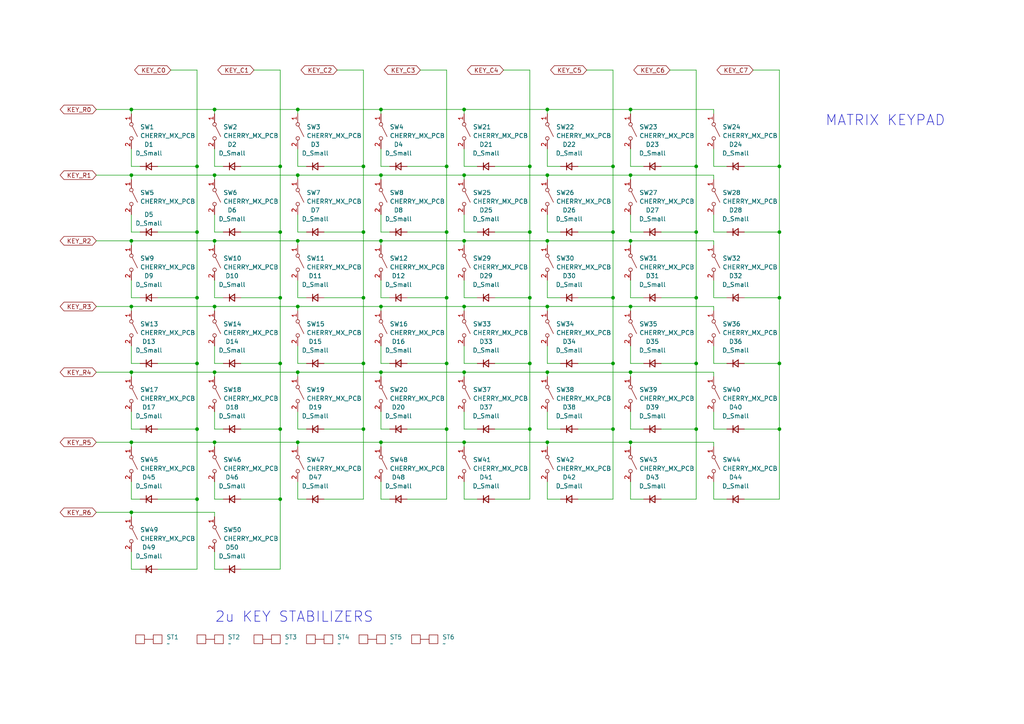
<source format=kicad_sch>
(kicad_sch (version 20250114) (generator "eeschema") (generator_version "9.0")
  (paper "A4")
  (text "MATRIX KEYPAD" (at 256.794 35.052 0) (effects (font (size 3 3))))
  (text "2u KEY STABILIZERS" (at 85.344 179.07 0) (effects (font (size 3 3))))
  (junction (at 81.28 105.41))
  (junction (at 177.8 67.31))
  (junction (at 129.54 105.41))
  (junction (at 105.41 86.36))
  (junction (at 153.67 105.41))
  (junction (at 182.88 31.75))
  (junction (at 201.93 86.36))
  (junction (at 86.36 31.75))
  (junction (at 62.23 69.85))
  (junction (at 105.41 67.31))
  (junction (at 105.41 105.41))
  (junction (at 129.54 48.26))
  (junction (at 38.1 50.8))
  (junction (at 182.88 88.9))
  (junction (at 226.06 67.31))
  (junction (at 110.49 128.27))
  (junction (at 57.15 86.36))
  (junction (at 38.1 69.85))
  (junction (at 62.23 107.95))
  (junction (at 86.36 107.95))
  (junction (at 81.28 48.26))
  (junction (at 86.36 50.8))
  (junction (at 81.28 124.46))
  (junction (at 182.88 69.85))
  (junction (at 134.62 50.8))
  (junction (at 134.62 69.85))
  (junction (at 134.62 128.27))
  (junction (at 134.62 107.95))
  (junction (at 110.49 88.9))
  (junction (at 153.67 67.31))
  (junction (at 201.93 124.46))
  (junction (at 38.1 107.95))
  (junction (at 62.23 88.9))
  (junction (at 134.62 31.75))
  (junction (at 177.8 124.46))
  (junction (at 57.15 144.78))
  (junction (at 201.93 48.26))
  (junction (at 38.1 31.75))
  (junction (at 158.75 128.27))
  (junction (at 158.75 88.9))
  (junction (at 110.49 50.8))
  (junction (at 182.88 50.8))
  (junction (at 57.15 48.26))
  (junction (at 177.8 105.41))
  (junction (at 57.15 124.46))
  (junction (at 153.67 48.26))
  (junction (at 62.23 50.8))
  (junction (at 201.93 105.41))
  (junction (at 38.1 88.9))
  (junction (at 177.8 86.36))
  (junction (at 226.06 105.41))
  (junction (at 62.23 31.75))
  (junction (at 153.67 124.46))
  (junction (at 105.41 48.26))
  (junction (at 81.28 86.36))
  (junction (at 226.06 124.46))
  (junction (at 177.8 48.26))
  (junction (at 134.62 88.9))
  (junction (at 105.41 124.46))
  (junction (at 86.36 88.9))
  (junction (at 182.88 128.27))
  (junction (at 62.23 128.27))
  (junction (at 201.93 67.31))
  (junction (at 57.15 67.31))
  (junction (at 226.06 86.36))
  (junction (at 153.67 86.36))
  (junction (at 158.75 69.85))
  (junction (at 129.54 67.31))
  (junction (at 158.75 50.8))
  (junction (at 81.28 144.78))
  (junction (at 129.54 124.46))
  (junction (at 158.75 107.95))
  (junction (at 38.1 148.59))
  (junction (at 158.75 31.75))
  (junction (at 110.49 107.95))
  (junction (at 57.15 105.41))
  (junction (at 226.06 48.26))
  (junction (at 86.36 128.27))
  (junction (at 129.54 86.36))
  (junction (at 81.28 67.31))
  (junction (at 182.88 107.95))
  (junction (at 110.49 69.85))
  (junction (at 110.49 31.75))
  (junction (at 86.36 69.85))
  (junction (at 38.1 128.27))
  (wire (pts (xy 118.11 105.41) (xy 129.54 105.41)))
  (wire (pts (xy 177.8 105.41) (xy 177.8 124.46)))
  (wire (pts (xy 134.62 48.26) (xy 134.62 43.18)))
  (wire (pts (xy 110.49 90.17) (xy 110.49 88.9)))
  (wire (pts (xy 182.88 144.78) (xy 182.88 139.7)))
  (wire (pts (xy 134.62 144.78) (xy 134.62 139.7)))
  (wire (pts (xy 182.88 107.95) (xy 207.01 107.95)))
  (wire (pts (xy 182.88 124.46) (xy 182.88 119.38)))
  (wire (pts (xy 45.72 105.41) (xy 57.15 105.41)))
  (wire (pts (xy 110.49 69.85) (xy 86.36 69.85)))
  (wire (pts (xy 134.62 50.8) (xy 110.49 50.8)))
  (wire (pts (xy 191.77 144.78) (xy 201.93 144.78)))
  (wire (pts (xy 81.28 105.41) (xy 81.28 124.46)))
  (wire (pts (xy 105.41 48.26) (xy 105.41 67.31)))
  (wire (pts (xy 38.1 67.31) (xy 40.64 67.31)))
  (wire (pts (xy 38.1 144.78) (xy 40.64 144.78)))
  (wire (pts (xy 93.98 124.46) (xy 105.41 124.46)))
  (wire (pts (xy 186.69 105.41) (xy 182.88 105.41)))
  (wire (pts (xy 167.64 48.26) (xy 177.8 48.26)))
  (wire (pts (xy 138.43 67.31) (xy 134.62 67.31)))
  (wire (pts (xy 182.88 129.54) (xy 182.88 128.27)))
  (wire (pts (xy 57.15 67.31) (xy 57.15 86.36)))
  (wire (pts (xy 62.23 100.33) (xy 62.23 105.41)))
  (wire (pts (xy 62.23 69.85) (xy 86.36 69.85)))
  (wire (pts (xy 62.23 165.1) (xy 64.77 165.1)))
  (wire (pts (xy 110.49 144.78) (xy 110.49 139.7)))
  (wire (pts (xy 38.1 107.95) (xy 62.23 107.95)))
  (wire (pts (xy 162.56 86.36) (xy 158.75 86.36)))
  (wire (pts (xy 62.23 71.12) (xy 62.23 69.85)))
  (wire (pts (xy 93.98 144.78) (xy 105.41 144.78)))
  (wire (pts (xy 158.75 105.41) (xy 158.75 100.33)))
  (wire (pts (xy 158.75 86.36) (xy 158.75 81.28)))
  (wire (pts (xy 201.93 105.41) (xy 201.93 124.46)))
  (wire (pts (xy 27.94 50.8) (xy 38.1 50.8)))
  (wire (pts (xy 210.82 144.78) (xy 207.01 144.78)))
  (wire (pts (xy 191.77 124.46) (xy 201.93 124.46)))
  (wire (pts (xy 186.69 124.46) (xy 182.88 124.46)))
  (wire (pts (xy 134.62 124.46) (xy 134.62 119.38)))
  (wire (pts (xy 134.62 105.41) (xy 134.62 100.33)))
  (wire (pts (xy 38.1 31.75) (xy 38.1 33.02)))
  (wire (pts (xy 186.69 48.26) (xy 182.88 48.26)))
  (wire (pts (xy 134.62 128.27) (xy 158.75 128.27)))
  (wire (pts (xy 158.75 50.8) (xy 182.88 50.8)))
  (wire (pts (xy 62.23 139.7) (xy 62.23 144.78)))
  (wire (pts (xy 182.88 109.22) (xy 182.88 107.95)))
  (wire (pts (xy 129.54 48.26) (xy 129.54 67.31)))
  (wire (pts (xy 210.82 86.36) (xy 207.01 86.36)))
  (wire (pts (xy 153.67 48.26) (xy 153.67 67.31)))
  (wire (pts (xy 134.62 88.9) (xy 110.49 88.9)))
  (wire (pts (xy 201.93 20.32) (xy 201.93 48.26)))
  (wire (pts (xy 162.56 105.41) (xy 158.75 105.41)))
  (wire (pts (xy 162.56 144.78) (xy 158.75 144.78)))
  (wire (pts (xy 88.9 67.31) (xy 86.36 67.31)))
  (wire (pts (xy 134.62 90.17) (xy 134.62 88.9)))
  (wire (pts (xy 62.23 160.02) (xy 62.23 165.1)))
  (wire (pts (xy 86.36 33.02) (xy 86.36 31.75)))
  (wire (pts (xy 88.9 105.41) (xy 86.36 105.41)))
  (wire (pts (xy 113.03 67.31) (xy 110.49 67.31)))
  (wire (pts (xy 207.01 52.07) (xy 207.01 50.8)))
  (wire (pts (xy 143.51 86.36) (xy 153.67 86.36)))
  (wire (pts (xy 207.01 33.02) (xy 207.01 31.75)))
  (wire (pts (xy 64.77 86.36) (xy 62.23 86.36)))
  (wire (pts (xy 138.43 144.78) (xy 134.62 144.78)))
  (wire (pts (xy 215.9 48.26) (xy 226.06 48.26)))
  (wire (pts (xy 38.1 148.59) (xy 38.1 149.86)))
  (wire (pts (xy 45.72 124.46) (xy 57.15 124.46)))
  (wire (pts (xy 38.1 88.9) (xy 38.1 90.17)))
  (wire (pts (xy 38.1 31.75) (xy 62.23 31.75)))
  (wire (pts (xy 177.8 48.26) (xy 177.8 67.31)))
  (wire (pts (xy 27.94 88.9) (xy 38.1 88.9)))
  (wire (pts (xy 167.64 105.41) (xy 177.8 105.41)))
  (wire (pts (xy 62.23 128.27) (xy 86.36 128.27)))
  (wire (pts (xy 62.23 149.86) (xy 62.23 148.59)))
  (wire (pts (xy 138.43 86.36) (xy 134.62 86.36)))
  (wire (pts (xy 182.88 67.31) (xy 182.88 62.23)))
  (wire (pts (xy 62.23 52.07) (xy 62.23 50.8)))
  (wire (pts (xy 191.77 86.36) (xy 201.93 86.36)))
  (wire (pts (xy 194.31 20.32) (xy 201.93 20.32)))
  (wire (pts (xy 129.54 86.36) (xy 129.54 105.41)))
  (wire (pts (xy 158.75 71.12) (xy 158.75 69.85)))
  (wire (pts (xy 38.1 69.85) (xy 62.23 69.85)))
  (wire (pts (xy 134.62 109.22) (xy 134.62 107.95)))
  (wire (pts (xy 207.01 86.36) (xy 207.01 81.28)))
  (wire (pts (xy 27.94 69.85) (xy 38.1 69.85)))
  (wire (pts (xy 27.94 148.59) (xy 38.1 148.59)))
  (wire (pts (xy 186.69 67.31) (xy 182.88 67.31)))
  (wire (pts (xy 207.01 109.22) (xy 207.01 107.95)))
  (wire (pts (xy 38.1 124.46) (xy 40.64 124.46)))
  (wire (pts (xy 182.88 52.07) (xy 182.88 50.8)))
  (wire (pts (xy 86.36 129.54) (xy 86.36 128.27)))
  (wire (pts (xy 158.75 128.27) (xy 182.88 128.27)))
  (wire (pts (xy 162.56 67.31) (xy 158.75 67.31)))
  (wire (pts (xy 118.11 144.78) (xy 129.54 144.78)))
  (wire (pts (xy 182.88 71.12) (xy 182.88 69.85)))
  (wire (pts (xy 110.49 31.75) (xy 86.36 31.75)))
  (wire (pts (xy 110.49 33.02) (xy 110.49 31.75)))
  (wire (pts (xy 86.36 109.22) (xy 86.36 107.95)))
  (wire (pts (xy 201.93 124.46) (xy 201.93 144.78)))
  (wire (pts (xy 207.01 144.78) (xy 207.01 139.7)))
  (wire (pts (xy 38.1 139.7) (xy 38.1 144.78)))
  (wire (pts (xy 62.23 105.41) (xy 64.77 105.41)))
  (wire (pts (xy 81.28 48.26) (xy 81.28 67.31)))
  (wire (pts (xy 86.36 52.07) (xy 86.36 50.8)))
  (wire (pts (xy 177.8 20.32) (xy 177.8 48.26)))
  (wire (pts (xy 207.01 129.54) (xy 207.01 128.27)))
  (wire (pts (xy 210.82 48.26) (xy 207.01 48.26)))
  (wire (pts (xy 177.8 124.46) (xy 177.8 144.78)))
  (wire (pts (xy 138.43 105.41) (xy 134.62 105.41)))
  (wire (pts (xy 158.75 69.85) (xy 182.88 69.85)))
  (wire (pts (xy 129.54 20.32) (xy 129.54 48.26)))
  (wire (pts (xy 110.49 109.22) (xy 110.49 107.95)))
  (wire (pts (xy 134.62 31.75) (xy 158.75 31.75)))
  (wire (pts (xy 38.1 128.27) (xy 62.23 128.27)))
  (wire (pts (xy 86.36 105.41) (xy 86.36 100.33)))
  (wire (pts (xy 62.23 31.75) (xy 86.36 31.75)))
  (wire (pts (xy 226.06 124.46) (xy 226.06 144.78)))
  (wire (pts (xy 134.62 67.31) (xy 134.62 62.23)))
  (wire (pts (xy 38.1 107.95) (xy 38.1 109.22)))
  (wire (pts (xy 81.28 67.31) (xy 81.28 86.36)))
  (wire (pts (xy 182.88 31.75) (xy 158.75 31.75)))
  (wire (pts (xy 186.69 144.78) (xy 182.88 144.78)))
  (wire (pts (xy 62.23 86.36) (xy 62.23 81.28)))
  (wire (pts (xy 143.51 144.78) (xy 153.67 144.78)))
  (wire (pts (xy 158.75 129.54) (xy 158.75 128.27)))
  (wire (pts (xy 191.77 105.41) (xy 201.93 105.41)))
  (wire (pts (xy 69.85 105.41) (xy 81.28 105.41)))
  (wire (pts (xy 134.62 50.8) (xy 158.75 50.8)))
  (wire (pts (xy 218.44 20.32) (xy 226.06 20.32)))
  (wire (pts (xy 110.49 129.54) (xy 110.49 128.27)))
  (wire (pts (xy 134.62 52.07) (xy 134.62 50.8)))
  (wire (pts (xy 158.75 88.9) (xy 182.88 88.9)))
  (wire (pts (xy 110.49 128.27) (xy 86.36 128.27)))
  (wire (pts (xy 64.77 48.26) (xy 62.23 48.26)))
  (wire (pts (xy 105.41 124.46) (xy 105.41 144.78)))
  (wire (pts (xy 86.36 67.31) (xy 86.36 62.23)))
  (wire (pts (xy 143.51 124.46) (xy 153.67 124.46)))
  (wire (pts (xy 113.03 124.46) (xy 110.49 124.46)))
  (wire (pts (xy 110.49 50.8) (xy 86.36 50.8)))
  (wire (pts (xy 110.49 105.41) (xy 110.49 100.33)))
  (wire (pts (xy 167.64 86.36) (xy 177.8 86.36)))
  (wire (pts (xy 110.49 67.31) (xy 110.49 62.23)))
  (wire (pts (xy 38.1 128.27) (xy 38.1 129.54)))
  (wire (pts (xy 81.28 144.78) (xy 81.28 165.1)))
  (wire (pts (xy 191.77 67.31) (xy 201.93 67.31)))
  (wire (pts (xy 110.49 107.95) (xy 86.36 107.95)))
  (wire (pts (xy 38.1 81.28) (xy 38.1 86.36)))
  (wire (pts (xy 158.75 52.07) (xy 158.75 50.8)))
  (wire (pts (xy 88.9 144.78) (xy 86.36 144.78)))
  (wire (pts (xy 146.05 20.32) (xy 153.67 20.32)))
  (wire (pts (xy 134.62 31.75) (xy 110.49 31.75)))
  (wire (pts (xy 134.62 86.36) (xy 134.62 81.28)))
  (wire (pts (xy 118.11 67.31) (xy 129.54 67.31)))
  (wire (pts (xy 182.88 31.75) (xy 207.01 31.75)))
  (wire (pts (xy 62.23 50.8) (xy 86.36 50.8)))
  (wire (pts (xy 62.23 48.26) (xy 62.23 43.18)))
  (wire (pts (xy 45.72 144.78) (xy 57.15 144.78)))
  (wire (pts (xy 45.72 165.1) (xy 57.15 165.1)))
  (wire (pts (xy 186.69 86.36) (xy 182.88 86.36)))
  (wire (pts (xy 93.98 105.41) (xy 105.41 105.41)))
  (wire (pts (xy 158.75 48.26) (xy 158.75 43.18)))
  (wire (pts (xy 57.15 20.32) (xy 57.15 48.26)))
  (wire (pts (xy 215.9 144.78) (xy 226.06 144.78)))
  (wire (pts (xy 210.82 105.41) (xy 207.01 105.41)))
  (wire (pts (xy 38.1 86.36) (xy 40.64 86.36)))
  (wire (pts (xy 167.64 144.78) (xy 177.8 144.78)))
  (wire (pts (xy 110.49 88.9) (xy 86.36 88.9)))
  (wire (pts (xy 86.36 48.26) (xy 86.36 43.18)))
  (wire (pts (xy 167.64 124.46) (xy 177.8 124.46)))
  (wire (pts (xy 27.94 31.75) (xy 38.1 31.75)))
  (wire (pts (xy 93.98 48.26) (xy 105.41 48.26)))
  (wire (pts (xy 215.9 124.46) (xy 226.06 124.46)))
  (wire (pts (xy 201.93 86.36) (xy 201.93 105.41)))
  (wire (pts (xy 138.43 48.26) (xy 134.62 48.26)))
  (wire (pts (xy 207.01 71.12) (xy 207.01 69.85)))
  (wire (pts (xy 182.88 105.41) (xy 182.88 100.33)))
  (wire (pts (xy 121.92 20.32) (xy 129.54 20.32)))
  (wire (pts (xy 182.88 33.02) (xy 182.88 31.75)))
  (wire (pts (xy 134.62 88.9) (xy 158.75 88.9)))
  (wire (pts (xy 158.75 109.22) (xy 158.75 107.95)))
  (wire (pts (xy 153.67 105.41) (xy 153.67 124.46)))
  (wire (pts (xy 182.88 128.27) (xy 207.01 128.27)))
  (wire (pts (xy 57.15 86.36) (xy 57.15 105.41)))
  (wire (pts (xy 153.67 67.31) (xy 153.67 86.36)))
  (wire (pts (xy 38.1 105.41) (xy 40.64 105.41)))
  (wire (pts (xy 88.9 86.36) (xy 86.36 86.36)))
  (wire (pts (xy 207.01 48.26) (xy 207.01 43.18)))
  (wire (pts (xy 105.41 86.36) (xy 105.41 105.41)))
  (wire (pts (xy 134.62 107.95) (xy 158.75 107.95)))
  (wire (pts (xy 226.06 86.36) (xy 226.06 105.41)))
  (wire (pts (xy 45.72 67.31) (xy 57.15 67.31)))
  (wire (pts (xy 105.41 20.32) (xy 105.41 48.26)))
  (wire (pts (xy 69.85 67.31) (xy 81.28 67.31)))
  (wire (pts (xy 177.8 67.31) (xy 177.8 86.36)))
  (wire (pts (xy 129.54 67.31) (xy 129.54 86.36)))
  (wire (pts (xy 38.1 69.85) (xy 38.1 71.12)))
  (wire (pts (xy 62.23 109.22) (xy 62.23 107.95)))
  (wire (pts (xy 158.75 107.95) (xy 182.88 107.95)))
  (wire (pts (xy 113.03 86.36) (xy 110.49 86.36)))
  (wire (pts (xy 182.88 69.85) (xy 207.01 69.85)))
  (wire (pts (xy 207.01 90.17) (xy 207.01 88.9)))
  (wire (pts (xy 158.75 67.31) (xy 158.75 62.23)))
  (wire (pts (xy 134.62 33.02) (xy 134.62 31.75)))
  (wire (pts (xy 62.23 33.02) (xy 62.23 31.75)))
  (wire (pts (xy 207.01 124.46) (xy 207.01 119.38)))
  (wire (pts (xy 69.85 48.26) (xy 81.28 48.26)))
  (wire (pts (xy 57.15 105.41) (xy 57.15 124.46)))
  (wire (pts (xy 162.56 48.26) (xy 158.75 48.26)))
  (wire (pts (xy 38.1 100.33) (xy 38.1 105.41)))
  (wire (pts (xy 158.75 33.02) (xy 158.75 31.75)))
  (wire (pts (xy 49.53 20.32) (xy 57.15 20.32)))
  (wire (pts (xy 38.1 160.02) (xy 38.1 165.1)))
  (wire (pts (xy 64.77 67.31) (xy 62.23 67.31)))
  (wire (pts (xy 110.49 128.27) (xy 134.62 128.27)))
  (wire (pts (xy 138.43 124.46) (xy 134.62 124.46)))
  (wire (pts (xy 129.54 124.46) (xy 129.54 105.41)))
  (wire (pts (xy 110.49 71.12) (xy 110.49 69.85)))
  (wire (pts (xy 93.98 86.36) (xy 105.41 86.36)))
  (wire (pts (xy 118.11 48.26) (xy 129.54 48.26)))
  (wire (pts (xy 69.85 165.1) (xy 81.28 165.1)))
  (wire (pts (xy 38.1 62.23) (xy 38.1 67.31)))
  (wire (pts (xy 62.23 67.31) (xy 62.23 62.23)))
  (wire (pts (xy 105.41 105.41) (xy 105.41 124.46)))
  (wire (pts (xy 113.03 144.78) (xy 110.49 144.78)))
  (wire (pts (xy 86.36 86.36) (xy 86.36 81.28)))
  (wire (pts (xy 62.23 129.54) (xy 62.23 128.27)))
  (wire (pts (xy 170.18 20.32) (xy 177.8 20.32)))
  (wire (pts (xy 226.06 20.32) (xy 226.06 48.26)))
  (wire (pts (xy 62.23 124.46) (xy 64.77 124.46)))
  (wire (pts (xy 158.75 90.17) (xy 158.75 88.9)))
  (wire (pts (xy 129.54 124.46) (xy 129.54 144.78)))
  (wire (pts (xy 88.9 48.26) (xy 86.36 48.26)))
  (wire (pts (xy 81.28 86.36) (xy 81.28 105.41)))
  (wire (pts (xy 110.49 124.46) (xy 110.49 119.38)))
  (wire (pts (xy 210.82 67.31) (xy 207.01 67.31)))
  (wire (pts (xy 62.23 144.78) (xy 64.77 144.78)))
  (wire (pts (xy 86.36 90.17) (xy 86.36 88.9)))
  (wire (pts (xy 110.49 86.36) (xy 110.49 81.28)))
  (wire (pts (xy 201.93 67.31) (xy 201.93 86.36)))
  (wire (pts (xy 57.15 124.46) (xy 57.15 144.78)))
  (wire (pts (xy 182.88 48.26) (xy 182.88 43.18)))
  (wire (pts (xy 207.01 105.41) (xy 207.01 100.33)))
  (wire (pts (xy 45.72 86.36) (xy 57.15 86.36)))
  (wire (pts (xy 38.1 119.38) (xy 38.1 124.46)))
  (wire (pts (xy 177.8 86.36) (xy 177.8 105.41)))
  (wire (pts (xy 158.75 124.46) (xy 158.75 119.38)))
  (wire (pts (xy 153.67 86.36) (xy 153.67 105.41)))
  (wire (pts (xy 134.62 129.54) (xy 134.62 128.27)))
  (wire (pts (xy 69.85 124.46) (xy 81.28 124.46)))
  (wire (pts (xy 158.75 144.78) (xy 158.75 139.7)))
  (wire (pts (xy 207.01 67.31) (xy 207.01 62.23)))
  (wire (pts (xy 215.9 86.36) (xy 226.06 86.36)))
  (wire (pts (xy 86.36 144.78) (xy 86.36 139.7)))
  (wire (pts (xy 182.88 86.36) (xy 182.88 81.28)))
  (wire (pts (xy 110.49 48.26) (xy 110.49 43.18)))
  (wire (pts (xy 62.23 90.17) (xy 62.23 88.9)))
  (wire (pts (xy 73.66 20.32) (xy 81.28 20.32)))
  (wire (pts (xy 153.67 20.32) (xy 153.67 48.26)))
  (wire (pts (xy 38.1 165.1) (xy 40.64 165.1)))
  (wire (pts (xy 113.03 48.26) (xy 110.49 48.26)))
  (wire (pts (xy 143.51 105.41) (xy 153.67 105.41)))
  (wire (pts (xy 38.1 43.18) (xy 38.1 48.26)))
  (wire (pts (xy 86.36 107.95) (xy 62.23 107.95)))
  (wire (pts (xy 226.06 67.31) (xy 226.06 86.36)))
  (wire (pts (xy 134.62 69.85) (xy 110.49 69.85)))
  (wire (pts (xy 118.11 86.36) (xy 129.54 86.36)))
  (wire (pts (xy 97.79 20.32) (xy 105.41 20.32)))
  (wire (pts (xy 105.41 67.31) (xy 105.41 86.36)))
  (wire (pts (xy 38.1 48.26) (xy 40.64 48.26)))
  (wire (pts (xy 153.67 124.46) (xy 153.67 144.78)))
  (wire (pts (xy 215.9 105.41) (xy 226.06 105.41)))
  (wire (pts (xy 143.51 48.26) (xy 153.67 48.26)))
  (wire (pts (xy 134.62 71.12) (xy 134.62 69.85)))
  (wire (pts (xy 86.36 88.9) (xy 62.23 88.9)))
  (wire (pts (xy 182.88 50.8) (xy 207.01 50.8)))
  (wire (pts (xy 38.1 148.59) (xy 62.23 148.59)))
  (wire (pts (xy 191.77 48.26) (xy 201.93 48.26)))
  (wire (pts (xy 110.49 52.07) (xy 110.49 50.8)))
  (wire (pts (xy 27.94 128.27) (xy 38.1 128.27)))
  (wire (pts (xy 182.88 88.9) (xy 207.01 88.9)))
  (wire (pts (xy 57.15 48.26) (xy 57.15 67.31)))
  (wire (pts (xy 81.28 124.46) (xy 81.28 144.78)))
  (wire (pts (xy 226.06 105.41) (xy 226.06 124.46)))
  (wire (pts (xy 38.1 88.9) (xy 62.23 88.9)))
  (wire (pts (xy 69.85 144.78) (xy 81.28 144.78)))
  (wire (pts (xy 134.62 107.95) (xy 110.49 107.95)))
  (wire (pts (xy 134.62 69.85) (xy 158.75 69.85)))
  (wire (pts (xy 182.88 90.17) (xy 182.88 88.9)))
  (wire (pts (xy 118.11 124.46) (xy 129.54 124.46)))
  (wire (pts (xy 69.85 86.36) (xy 81.28 86.36)))
  (wire (pts (xy 201.93 48.26) (xy 201.93 67.31)))
  (wire (pts (xy 143.51 67.31) (xy 153.67 67.31)))
  (wire (pts (xy 86.36 71.12) (xy 86.36 69.85)))
  (wire (pts (xy 93.98 67.31) (xy 105.41 67.31)))
  (wire (pts (xy 38.1 50.8) (xy 38.1 52.07)))
  (wire (pts (xy 226.06 48.26) (xy 226.06 67.31)))
  (wire (pts (xy 27.94 107.95) (xy 38.1 107.95)))
  (wire (pts (xy 45.72 48.26) (xy 57.15 48.26)))
  (wire (pts (xy 81.28 20.32) (xy 81.28 48.26)))
  (wire (pts (xy 167.64 67.31) (xy 177.8 67.31)))
  (wire (pts (xy 38.1 50.8) (xy 62.23 50.8)))
  (wire (pts (xy 162.56 124.46) (xy 158.75 124.46)))
  (wire (pts (xy 88.9 124.46) (xy 86.36 124.46)))
  (wire (pts (xy 57.15 165.1) (xy 57.15 144.78)))
  (wire (pts (xy 86.36 124.46) (xy 86.36 119.38)))
  (wire (pts (xy 210.82 124.46) (xy 207.01 124.46)))
  (wire (pts (xy 62.23 119.38) (xy 62.23 124.46)))
  (wire (pts (xy 113.03 105.41) (xy 110.49 105.41)))
  (wire (pts (xy 215.9 67.31) (xy 226.06 67.31)))
  (global_label "KEY_C2" (shape bidirectional) (at 97.79 20.32 180) (property "Intersheetrefs" "${INTERSHEET_REFS}" (effects (hide yes))))
  (global_label "KEY_C4" (shape bidirectional) (at 146.05 20.32 180) (property "Intersheetrefs" "${INTERSHEET_REFS}" (effects (hide yes))))
  (global_label "KEY_C1" (shape bidirectional) (at 73.66 20.32 180) (property "Intersheetrefs" "${INTERSHEET_REFS}" (effects (hide yes))))
  (global_label "KEY_C6" (shape bidirectional) (at 194.31 20.32 180) (property "Intersheetrefs" "${INTERSHEET_REFS}" (effects (hide yes))))
  (global_label "KEY_C5" (shape bidirectional) (at 170.18 20.32 180) (property "Intersheetrefs" "${INTERSHEET_REFS}" (effects (hide yes))))
  (global_label "KEY_R5" (shape bidirectional) (at 27.94 128.27 180) (property "Intersheetrefs" "${INTERSHEET_REFS}" (effects (hide yes))))
  (global_label "KEY_R4" (shape bidirectional) (at 27.94 107.95 180) (property "Intersheetrefs" "${INTERSHEET_REFS}" (effects (hide yes))))
  (global_label "KEY_R2" (shape bidirectional) (at 27.94 69.85 180) (property "Intersheetrefs" "${INTERSHEET_REFS}" (effects (hide yes))))
  (global_label "KEY_R3" (shape bidirectional) (at 27.94 88.9 180) (property "Intersheetrefs" "${INTERSHEET_REFS}" (effects (hide yes))))
  (global_label "KEY_C7" (shape bidirectional) (at 218.44 20.32 180) (property "Intersheetrefs" "${INTERSHEET_REFS}" (effects (hide yes))))
  (global_label "KEY_R1" (shape bidirectional) (at 27.94 50.8 180) (property "Intersheetrefs" "${INTERSHEET_REFS}" (effects (hide yes))))
  (global_label "KEY_C3" (shape bidirectional) (at 121.92 20.32 180) (property "Intersheetrefs" "${INTERSHEET_REFS}" (effects (hide yes))))
  (global_label "KEY_R6" (shape bidirectional) (at 27.94 148.59 180) (property "Intersheetrefs" "${INTERSHEET_REFS}" (effects (hide yes))))
  (global_label "KEY_C0" (shape bidirectional) (at 49.53 20.32 180) (property "Intersheetrefs" "${INTERSHEET_REFS}" (effects (hide yes))))
  (global_label "KEY_R0" (shape bidirectional) (at 27.94 31.75 180) (property "Intersheetrefs" "${INTERSHEET_REFS}" (effects (hide yes))))
  (symbol (lib_id "Device:D_Small") (at 213.36 124.46 0) (mirror x) (unit 1)
    (property "Reference" "D40" (at 213.36 118.11 0))
    (property "Value" "D_Small" (at 213.36 120.65 0))
    (property "Footprint" "Diode_SMD:D_SOD-523" (effects (hide yes)))
    (property "Description" "Diode, small symbol" (effects (hide yes)))
    (property "Sim.Device" "D" (effects (hide yes)))
    (property "Sim.Pins" "1=K 2=A" (effects (hide yes)))
  )
  (symbol (lib_id "Device:D_Small") (at 115.57 86.36 0) (mirror x) (unit 1)
    (property "Reference" "D12" (at 115.57 80.01 0))
    (property "Value" "D_Small" (at 115.57 82.55 0))
    (property "Footprint" "Diode_SMD:D_SOD-523" (effects (hide yes)))
    (property "Description" "Diode, small symbol" (effects (hide yes)))
    (property "Sim.Device" "D" (effects (hide yes)))
    (property "Sim.Pins" "1=K 2=A" (effects (hide yes)))
  )
  (symbol (lib_id "Switch:SW_SPST") (at 182.88 114.3 270) (unit 1)
    (property "Reference" "SW39" (at 185.42 113.0299 90) (effects (justify left)))
    (property "Value" "CHERRY_MX_PCB" (at 185.42 115.5699 90) (effects (justify left)))
    (property "Footprint" "CNC-HMI:SW_Cherry_MX_PCB_1.00u" (effects (hide yes)))
    (property "Description" "Single Pole Single Throw (SPST) switch" (effects (hide yes)))
  )
  (symbol (lib_id "Device:D_Small") (at 213.36 86.36 0) (mirror x) (unit 1)
    (property "Reference" "D32" (at 213.36 80.01 0))
    (property "Value" "D_Small" (at 213.36 82.55 0))
    (property "Footprint" "Diode_SMD:D_SOD-523" (effects (hide yes)))
    (property "Description" "Diode, small symbol" (effects (hide yes)))
    (property "Sim.Device" "D" (effects (hide yes)))
    (property "Sim.Pins" "1=K 2=A" (effects (hide yes)))
  )
  (symbol (lib_id "Switch:SW_SPST") (at 207.01 57.15 270) (unit 1)
    (property "Reference" "SW28" (at 209.55 55.8799 90) (effects (justify left)))
    (property "Value" "CHERRY_MX_PCB" (at 209.55 58.4199 90) (effects (justify left)))
    (property "Footprint" "CNC-HMI:SW_Cherry_MX_PCB_1.00u" (effects (hide yes)))
    (property "Description" "Single Pole Single Throw (SPST) switch" (effects (hide yes)))
  )
  (symbol (lib_id "Device:D_Small") (at 67.31 105.41 0) (mirror x) (unit 1)
    (property "Reference" "D14" (at 67.31 99.06 0))
    (property "Value" "D_Small" (at 67.31 101.6 0))
    (property "Footprint" "Diode_SMD:D_SOD-523" (effects (hide yes)))
    (property "Description" "Diode, small symbol" (effects (hide yes)))
    (property "Sim.Device" "D" (effects (hide yes)))
    (property "Sim.Pins" "1=K 2=A" (effects (hide yes)))
  )
  (symbol (lib_id "Switch:SW_SPST") (at 134.62 95.25 270) (unit 1)
    (property "Reference" "SW33" (at 137.16 93.9799 90) (effects (justify left)))
    (property "Value" "CHERRY_MX_PCB" (at 137.16 96.5199 90) (effects (justify left)))
    (property "Footprint" "CNC-HMI:SW_Cherry_MX_PCB_1.00u" (effects (hide yes)))
    (property "Description" "Single Pole Single Throw (SPST) switch" (effects (hide yes)))
  )
  (symbol (lib_id "Device:D_Small") (at 165.1 48.26 0) (mirror x) (unit 1)
    (property "Reference" "D22" (at 165.1 41.91 0))
    (property "Value" "D_Small" (at 165.1 44.45 0))
    (property "Footprint" "Diode_SMD:D_SOD-523" (effects (hide yes)))
    (property "Description" "Diode, small symbol" (effects (hide yes)))
    (property "Sim.Device" "D" (effects (hide yes)))
    (property "Sim.Pins" "1=K 2=A" (effects (hide yes)))
  )
  (symbol (lib_id "Switch:SW_SPST") (at 38.1 134.62 270) (unit 1)
    (property "Reference" "SW45" (at 40.64 133.3499 90) (effects (justify left)))
    (property "Value" "CHERRY_MX_PCB" (at 40.64 135.8899 90) (effects (justify left)))
    (property "Footprint" "CNC-HMI:SW_Cherry_MX_PCB_2.00u" (effects (hide yes)))
    (property "Description" "Single Pole Single Throw (SPST) switch" (effects (hide yes)))
  )
  (symbol (lib_id "Switch:SW_SPST") (at 62.23 76.2 270) (unit 1)
    (property "Reference" "SW10" (at 64.77 74.9299 90) (effects (justify left)))
    (property "Value" "CHERRY_MX_PCB" (at 64.77 77.4699 90) (effects (justify left)))
    (property "Footprint" "CNC-HMI:SW_Cherry_MX_PCB_1.00u" (effects (hide yes)))
    (property "Description" "Single Pole Single Throw (SPST) switch" (effects (hide yes)))
  )
  (symbol (lib_id "Device:D_Small") (at 140.97 124.46 0) (mirror x) (unit 1)
    (property "Reference" "D37" (at 140.97 118.11 0))
    (property "Value" "D_Small" (at 140.97 120.65 0))
    (property "Footprint" "Diode_SMD:D_SOD-523" (effects (hide yes)))
    (property "Description" "Diode, small symbol" (effects (hide yes)))
    (property "Sim.Device" "D" (effects (hide yes)))
    (property "Sim.Pins" "1=K 2=A" (effects (hide yes)))
  )
  (symbol (lib_id "CNC-HMI:Cherry_MX_Stabilizer_2u") (at 77.47 185.42 0) (unit 1)
    (property "Reference" "ST3" (at 82.55 184.7849 0) (effects (justify left)))
    (property "Value" "~" (at 82.55 186.69 0) (effects (justify left)))
    (property "Footprint" "CNC-HMI:Stabilizer_Cherry_MX_2.00u" (effects (hide yes)))
  )
  (symbol (lib_id "Device:D_Small") (at 213.36 67.31 0) (mirror x) (unit 1)
    (property "Reference" "D28" (at 213.36 60.96 0))
    (property "Value" "D_Small" (at 213.36 63.5 0))
    (property "Footprint" "Diode_SMD:D_SOD-523" (effects (hide yes)))
    (property "Description" "Diode, small symbol" (effects (hide yes)))
    (property "Sim.Device" "D" (effects (hide yes)))
    (property "Sim.Pins" "1=K 2=A" (effects (hide yes)))
  )
  (symbol (lib_id "Device:D_Small") (at 115.57 124.46 0) (mirror x) (unit 1)
    (property "Reference" "D20" (at 115.57 118.11 0))
    (property "Value" "D_Small" (at 115.57 120.65 0))
    (property "Footprint" "Diode_SMD:D_SOD-523" (effects (hide yes)))
    (property "Description" "Diode, small symbol" (effects (hide yes)))
    (property "Sim.Device" "D" (effects (hide yes)))
    (property "Sim.Pins" "1=K 2=A" (effects (hide yes)))
  )
  (symbol (lib_id "CNC-HMI:Cherry_MX_Stabilizer_2u") (at 92.71 185.42 0) (unit 1)
    (property "Reference" "ST4" (at 97.79 184.7849 0) (effects (justify left)))
    (property "Value" "~" (at 97.79 186.69 0) (effects (justify left)))
    (property "Footprint" "CNC-HMI:Stabilizer_Cherry_MX_2.00u" (effects (hide yes)))
  )
  (symbol (lib_id "Device:D_Small") (at 67.31 165.1 0) (mirror x) (unit 1)
    (property "Reference" "D50" (at 67.31 158.75 0))
    (property "Value" "D_Small" (at 67.31 161.29 0))
    (property "Footprint" "Diode_SMD:D_SOD-523" (effects (hide yes)))
    (property "Description" "Diode, small symbol" (effects (hide yes)))
    (property "Sim.Device" "D" (effects (hide yes)))
    (property "Sim.Pins" "1=K 2=A" (effects (hide yes)))
  )
  (symbol (lib_id "Device:D_Small") (at 67.31 67.31 0) (mirror x) (unit 1)
    (property "Reference" "D6" (at 67.31 60.96 0))
    (property "Value" "D_Small" (at 67.31 63.5 0))
    (property "Footprint" "Diode_SMD:D_SOD-523" (effects (hide yes)))
    (property "Description" "Diode, small symbol" (effects (hide yes)))
    (property "Sim.Device" "D" (effects (hide yes)))
    (property "Sim.Pins" "1=K 2=A" (effects (hide yes)))
  )
  (symbol (lib_id "Switch:SW_SPST") (at 86.36 95.25 270) (unit 1)
    (property "Reference" "SW15" (at 88.9 93.9799 90) (effects (justify left)))
    (property "Value" "CHERRY_MX_PCB" (at 88.9 96.5199 90) (effects (justify left)))
    (property "Footprint" "CNC-HMI:SW_Cherry_MX_PCB_1.00u" (effects (hide yes)))
    (property "Description" "Single Pole Single Throw (SPST) switch" (effects (hide yes)))
  )
  (symbol (lib_id "Switch:SW_SPST") (at 182.88 57.15 270) (unit 1)
    (property "Reference" "SW27" (at 185.42 55.8799 90) (effects (justify left)))
    (property "Value" "CHERRY_MX_PCB" (at 185.42 58.4199 90) (effects (justify left)))
    (property "Footprint" "CNC-HMI:SW_Cherry_MX_PCB_1.00u" (effects (hide yes)))
    (property "Description" "Single Pole Single Throw (SPST) switch" (effects (hide yes)))
  )
  (symbol (lib_id "Switch:SW_SPST") (at 158.75 134.62 270) (unit 1)
    (property "Reference" "SW42" (at 161.29 133.3499 90) (effects (justify left)))
    (property "Value" "CHERRY_MX_PCB" (at 161.29 135.8899 90) (effects (justify left)))
    (property "Footprint" "CNC-HMI:SW_Cherry_MX_PCB_1.00u" (effects (hide yes)))
    (property "Description" "Single Pole Single Throw (SPST) switch" (effects (hide yes)))
  )
  (symbol (lib_id "Switch:SW_SPST") (at 38.1 76.2 270) (unit 1)
    (property "Reference" "SW9" (at 40.64 74.9299 90) (effects (justify left)))
    (property "Value" "CHERRY_MX_PCB" (at 40.64 77.4699 90) (effects (justify left)))
    (property "Footprint" "CNC-HMI:SW_Cherry_MX_PCB_1.00u" (effects (hide yes)))
    (property "Description" "Single Pole Single Throw (SPST) switch" (effects (hide yes)))
  )
  (symbol (lib_id "Device:D_Small") (at 43.18 105.41 0) (mirror x) (unit 1)
    (property "Reference" "D13" (at 43.18 99.06 0))
    (property "Value" "D_Small" (at 43.18 101.6 0))
    (property "Footprint" "Diode_SMD:D_SOD-523" (effects (hide yes)))
    (property "Description" "Diode, small symbol" (effects (hide yes)))
    (property "Sim.Device" "D" (effects (hide yes)))
    (property "Sim.Pins" "1=K 2=A" (effects (hide yes)))
  )
  (symbol (lib_id "Device:D_Small") (at 140.97 105.41 0) (mirror x) (unit 1)
    (property "Reference" "D33" (at 140.97 99.06 0))
    (property "Value" "D_Small" (at 140.97 101.6 0))
    (property "Footprint" "Diode_SMD:D_SOD-523" (effects (hide yes)))
    (property "Description" "Diode, small symbol" (effects (hide yes)))
    (property "Sim.Device" "D" (effects (hide yes)))
    (property "Sim.Pins" "1=K 2=A" (effects (hide yes)))
  )
  (symbol (lib_id "Device:D_Small") (at 115.57 144.78 0) (mirror x) (unit 1)
    (property "Reference" "D48" (at 115.57 138.43 0))
    (property "Value" "D_Small" (at 115.57 140.97 0))
    (property "Footprint" "Diode_SMD:D_SOD-523" (effects (hide yes)))
    (property "Description" "Diode, small symbol" (effects (hide yes)))
    (property "Sim.Device" "D" (effects (hide yes)))
    (property "Sim.Pins" "1=K 2=A" (effects (hide yes)))
  )
  (symbol (lib_id "Switch:SW_SPST") (at 182.88 38.1 270) (unit 1)
    (property "Reference" "SW23" (at 185.42 36.8299 90) (effects (justify left)))
    (property "Value" "CHERRY_MX_PCB" (at 185.42 39.3699 90) (effects (justify left)))
    (property "Footprint" "CNC-HMI:SW_Cherry_MX_PCB_1.00u" (effects (hide yes)))
    (property "Description" "Single Pole Single Throw (SPST) switch" (effects (hide yes)))
  )
  (symbol (lib_id "Switch:SW_SPST") (at 110.49 76.2 270) (unit 1)
    (property "Reference" "SW12" (at 113.03 74.9299 90) (effects (justify left)))
    (property "Value" "CHERRY_MX_PCB" (at 113.03 77.4699 90) (effects (justify left)))
    (property "Footprint" "CNC-HMI:SW_Cherry_MX_PCB_1.00u" (effects (hide yes)))
    (property "Description" "Single Pole Single Throw (SPST) switch" (effects (hide yes)))
  )
  (symbol (lib_id "Switch:SW_SPST") (at 110.49 95.25 270) (unit 1)
    (property "Reference" "SW16" (at 113.03 93.9799 90) (effects (justify left)))
    (property "Value" "CHERRY_MX_PCB" (at 113.03 96.5199 90) (effects (justify left)))
    (property "Footprint" "CNC-HMI:SW_Cherry_MX_PCB_2.00u_90deg" (effects (hide yes)))
    (property "Description" "Single Pole Single Throw (SPST) switch" (effects (hide yes)))
  )
  (symbol (lib_id "Switch:SW_SPST") (at 182.88 134.62 270) (unit 1)
    (property "Reference" "SW43" (at 185.42 133.3499 90) (effects (justify left)))
    (property "Value" "CHERRY_MX_PCB" (at 185.42 135.8899 90) (effects (justify left)))
    (property "Footprint" "CNC-HMI:SW_Cherry_MX_PCB_1.00u" (effects (hide yes)))
    (property "Description" "Single Pole Single Throw (SPST) switch" (effects (hide yes)))
  )
  (symbol (lib_id "Switch:SW_SPST") (at 86.36 114.3 270) (unit 1)
    (property "Reference" "SW19" (at 88.9 113.0299 90) (effects (justify left)))
    (property "Value" "CHERRY_MX_PCB" (at 88.9 115.5699 90) (effects (justify left)))
    (property "Footprint" "CNC-HMI:SW_Cherry_MX_PCB_1.00u" (effects (hide yes)))
    (property "Description" "Single Pole Single Throw (SPST) switch" (effects (hide yes)))
  )
  (symbol (lib_id "Switch:SW_SPST") (at 134.62 76.2 270) (unit 1)
    (property "Reference" "SW29" (at 137.16 74.9299 90) (effects (justify left)))
    (property "Value" "CHERRY_MX_PCB" (at 137.16 77.4699 90) (effects (justify left)))
    (property "Footprint" "CNC-HMI:SW_Cherry_MX_PCB_1.00u" (effects (hide yes)))
    (property "Description" "Single Pole Single Throw (SPST) switch" (effects (hide yes)))
  )
  (symbol (lib_id "Device:D_Small") (at 115.57 67.31 0) (mirror x) (unit 1)
    (property "Reference" "D8" (at 115.57 60.96 0))
    (property "Value" "D_Small" (at 115.57 63.5 0))
    (property "Footprint" "Diode_SMD:D_SOD-523" (effects (hide yes)))
    (property "Description" "Diode, small symbol" (effects (hide yes)))
    (property "Sim.Device" "D" (effects (hide yes)))
    (property "Sim.Pins" "1=K 2=A" (effects (hide yes)))
  )
  (symbol (lib_id "Device:D_Small") (at 189.23 48.26 0) (mirror x) (unit 1)
    (property "Reference" "D23" (at 189.23 41.91 0))
    (property "Value" "D_Small" (at 189.23 44.45 0))
    (property "Footprint" "Diode_SMD:D_SOD-523" (effects (hide yes)))
    (property "Description" "Diode, small symbol" (effects (hide yes)))
    (property "Sim.Device" "D" (effects (hide yes)))
    (property "Sim.Pins" "1=K 2=A" (effects (hide yes)))
  )
  (symbol (lib_id "Device:D_Small") (at 165.1 124.46 0) (mirror x) (unit 1)
    (property "Reference" "D38" (at 165.1 118.11 0))
    (property "Value" "D_Small" (at 165.1 120.65 0))
    (property "Footprint" "Diode_SMD:D_SOD-523" (effects (hide yes)))
    (property "Description" "Diode, small symbol" (effects (hide yes)))
    (property "Sim.Device" "D" (effects (hide yes)))
    (property "Sim.Pins" "1=K 2=A" (effects (hide yes)))
  )
  (symbol (lib_id "Device:D_Small") (at 43.18 165.1 0) (mirror x) (unit 1)
    (property "Reference" "D49" (at 43.18 158.75 0))
    (property "Value" "D_Small" (at 43.18 161.29 0))
    (property "Footprint" "Diode_SMD:D_SOD-523" (effects (hide yes)))
    (property "Description" "Diode, small symbol" (effects (hide yes)))
    (property "Sim.Device" "D" (effects (hide yes)))
    (property "Sim.Pins" "1=K 2=A" (effects (hide yes)))
  )
  (symbol (lib_id "Switch:SW_SPST") (at 207.01 76.2 270) (unit 1)
    (property "Reference" "SW32" (at 209.55 74.9299 90) (effects (justify left)))
    (property "Value" "CHERRY_MX_PCB" (at 209.55 77.4699 90) (effects (justify left)))
    (property "Footprint" "CNC-HMI:SW_Cherry_MX_PCB_1.00u" (effects (hide yes)))
    (property "Description" "Single Pole Single Throw (SPST) switch" (effects (hide yes)))
  )
  (symbol (lib_id "Device:D_Small") (at 189.23 105.41 0) (mirror x) (unit 1)
    (property "Reference" "D35" (at 189.23 99.06 0))
    (property "Value" "D_Small" (at 189.23 101.6 0))
    (property "Footprint" "Diode_SMD:D_SOD-523" (effects (hide yes)))
    (property "Description" "Diode, small symbol" (effects (hide yes)))
    (property "Sim.Device" "D" (effects (hide yes)))
    (property "Sim.Pins" "1=K 2=A" (effects (hide yes)))
  )
  (symbol (lib_id "Switch:SW_SPST") (at 86.36 134.62 270) (unit 1)
    (property "Reference" "SW47" (at 88.9 133.3499 90) (effects (justify left)))
    (property "Value" "CHERRY_MX_PCB" (at 88.9 135.8899 90) (effects (justify left)))
    (property "Footprint" "CNC-HMI:SW_Cherry_MX_PCB_2.00u" (effects (hide yes)))
    (property "Description" "Single Pole Single Throw (SPST) switch" (effects (hide yes)))
  )
  (symbol (lib_id "CNC-HMI:Cherry_MX_Stabilizer_2u") (at 43.18 185.42 0) (unit 1)
    (property "Reference" "ST1" (at 48.26 184.7849 0) (effects (justify left)))
    (property "Value" "~" (at 48.26 186.69 0) (effects (justify left)))
    (property "Footprint" "CNC-HMI:Stabilizer_Cherry_MX_2.00u" (effects (hide yes)))
  )
  (symbol (lib_id "Device:D_Small") (at 91.44 105.41 0) (mirror x) (unit 1)
    (property "Reference" "D15" (at 91.44 99.06 0))
    (property "Value" "D_Small" (at 91.44 101.6 0))
    (property "Footprint" "Diode_SMD:D_SOD-523" (effects (hide yes)))
    (property "Description" "Diode, small symbol" (effects (hide yes)))
    (property "Sim.Device" "D" (effects (hide yes)))
    (property "Sim.Pins" "1=K 2=A" (effects (hide yes)))
  )
  (symbol (lib_id "Device:D_Small") (at 165.1 86.36 0) (mirror x) (unit 1)
    (property "Reference" "D30" (at 165.1 80.01 0))
    (property "Value" "D_Small" (at 165.1 82.55 0))
    (property "Footprint" "Diode_SMD:D_SOD-523" (effects (hide yes)))
    (property "Description" "Diode, small symbol" (effects (hide yes)))
    (property "Sim.Device" "D" (effects (hide yes)))
    (property "Sim.Pins" "1=K 2=A" (effects (hide yes)))
  )
  (symbol (lib_id "Device:D_Small") (at 91.44 67.31 0) (mirror x) (unit 1)
    (property "Reference" "D7" (at 91.44 60.96 0))
    (property "Value" "D_Small" (at 91.44 63.5 0))
    (property "Footprint" "Diode_SMD:D_SOD-523" (effects (hide yes)))
    (property "Description" "Diode, small symbol" (effects (hide yes)))
    (property "Sim.Device" "D" (effects (hide yes)))
    (property "Sim.Pins" "1=K 2=A" (effects (hide yes)))
  )
  (symbol (lib_id "Switch:SW_SPST") (at 158.75 38.1 270) (unit 1)
    (property "Reference" "SW22" (at 161.29 36.8299 90) (effects (justify left)))
    (property "Value" "CHERRY_MX_PCB" (at 161.29 39.3699 90) (effects (justify left)))
    (property "Footprint" "CNC-HMI:SW_Cherry_MX_PCB_1.00u" (effects (hide yes)))
    (property "Description" "Single Pole Single Throw (SPST) switch" (effects (hide yes)))
  )
  (symbol (lib_id "Switch:SW_SPST") (at 134.62 38.1 270) (unit 1)
    (property "Reference" "SW21" (at 137.16 36.8299 90) (effects (justify left)))
    (property "Value" "CHERRY_MX_PCB" (at 137.16 39.3699 90) (effects (justify left)))
    (property "Footprint" "CNC-HMI:SW_Cherry_MX_PCB_1.00u" (effects (hide yes)))
    (property "Description" "Single Pole Single Throw (SPST) switch" (effects (hide yes)))
  )
  (symbol (lib_id "Device:D_Small") (at 67.31 144.78 0) (mirror x) (unit 1)
    (property "Reference" "D46" (at 67.31 138.43 0))
    (property "Value" "D_Small" (at 67.31 140.97 0))
    (property "Footprint" "Diode_SMD:D_SOD-523" (effects (hide yes)))
    (property "Description" "Diode, small symbol" (effects (hide yes)))
    (property "Sim.Device" "D" (effects (hide yes)))
    (property "Sim.Pins" "1=K 2=A" (effects (hide yes)))
  )
  (symbol (lib_id "Device:D_Small") (at 213.36 144.78 0) (mirror x) (unit 1)
    (property "Reference" "D44" (at 213.36 138.43 0))
    (property "Value" "D_Small" (at 213.36 140.97 0))
    (property "Footprint" "Diode_SMD:D_SOD-523" (effects (hide yes)))
    (property "Description" "Diode, small symbol" (effects (hide yes)))
    (property "Sim.Device" "D" (effects (hide yes)))
    (property "Sim.Pins" "1=K 2=A" (effects (hide yes)))
  )
  (symbol (lib_id "Device:D_Small") (at 140.97 86.36 0) (mirror x) (unit 1)
    (property "Reference" "D29" (at 140.97 80.01 0))
    (property "Value" "D_Small" (at 140.97 82.55 0))
    (property "Footprint" "Diode_SMD:D_SOD-523" (effects (hide yes)))
    (property "Description" "Diode, small symbol" (effects (hide yes)))
    (property "Sim.Device" "D" (effects (hide yes)))
    (property "Sim.Pins" "1=K 2=A" (effects (hide yes)))
  )
  (symbol (lib_id "Switch:SW_SPST") (at 134.62 57.15 270) (unit 1)
    (property "Reference" "SW25" (at 137.16 55.8799 90) (effects (justify left)))
    (property "Value" "CHERRY_MX_PCB" (at 137.16 58.4199 90) (effects (justify left)))
    (property "Footprint" "CNC-HMI:SW_Cherry_MX_PCB_1.00u" (effects (hide yes)))
    (property "Description" "Single Pole Single Throw (SPST) switch" (effects (hide yes)))
  )
  (symbol (lib_id "Switch:SW_SPST") (at 158.75 114.3 270) (unit 1)
    (property "Reference" "SW38" (at 161.29 113.0299 90) (effects (justify left)))
    (property "Value" "CHERRY_MX_PCB" (at 161.29 115.5699 90) (effects (justify left)))
    (property "Footprint" "CNC-HMI:SW_Cherry_MX_PCB_2.00u" (effects (hide yes)))
    (property "Description" "Single Pole Single Throw (SPST) switch" (effects (hide yes)))
  )
  (symbol (lib_id "Switch:SW_SPST") (at 207.01 95.25 270) (unit 1)
    (property "Reference" "SW36" (at 209.55 93.9799 90) (effects (justify left)))
    (property "Value" "CHERRY_MX_PCB" (at 209.55 96.5199 90) (effects (justify left)))
    (property "Footprint" "CNC-HMI:SW_Cherry_MX_PCB_1.00u" (effects (hide yes)))
    (property "Description" "Single Pole Single Throw (SPST) switch" (effects (hide yes)))
  )
  (symbol (lib_id "Device:D_Small") (at 140.97 144.78 0) (mirror x) (unit 1)
    (property "Reference" "D41" (at 140.97 138.43 0))
    (property "Value" "D_Small" (at 140.97 140.97 0))
    (property "Footprint" "Diode_SMD:D_SOD-523" (effects (hide yes)))
    (property "Description" "Diode, small symbol" (effects (hide yes)))
    (property "Sim.Device" "D" (effects (hide yes)))
    (property "Sim.Pins" "1=K 2=A" (effects (hide yes)))
  )
  (symbol (lib_id "Device:D_Small") (at 115.57 48.26 0) (mirror x) (unit 1)
    (property "Reference" "D4" (at 115.57 41.91 0))
    (property "Value" "D_Small" (at 115.57 44.45 0))
    (property "Footprint" "Diode_SMD:D_SOD-523" (effects (hide yes)))
    (property "Description" "Diode, small symbol" (effects (hide yes)))
    (property "Sim.Device" "D" (effects (hide yes)))
    (property "Sim.Pins" "1=K 2=A" (effects (hide yes)))
  )
  (symbol (lib_id "Switch:SW_SPST") (at 62.23 38.1 270) (unit 1)
    (property "Reference" "SW2" (at 64.77 36.8299 90) (effects (justify left)))
    (property "Value" "CHERRY_MX_PCB" (at 64.77 39.3699 90) (effects (justify left)))
    (property "Footprint" "CNC-HMI:SW_Cherry_MX_PCB_1.00u" (effects (hide yes)))
    (property "Description" "Single Pole Single Throw (SPST) switch" (effects (hide yes)))
  )
  (symbol (lib_id "Device:D_Small") (at 140.97 48.26 0) (mirror x) (unit 1)
    (property "Reference" "D21" (at 140.97 41.91 0))
    (property "Value" "D_Small" (at 140.97 44.45 0))
    (property "Footprint" "Diode_SMD:D_SOD-523" (effects (hide yes)))
    (property "Description" "Diode, small symbol" (effects (hide yes)))
    (property "Sim.Device" "D" (effects (hide yes)))
    (property "Sim.Pins" "1=K 2=A" (effects (hide yes)))
  )
  (symbol (lib_id "Device:D_Small") (at 213.36 105.41 0) (mirror x) (unit 1)
    (property "Reference" "D36" (at 213.36 99.06 0))
    (property "Value" "D_Small" (at 213.36 101.6 0))
    (property "Footprint" "Diode_SMD:D_SOD-523" (effects (hide yes)))
    (property "Description" "Diode, small symbol" (effects (hide yes)))
    (property "Sim.Device" "D" (effects (hide yes)))
    (property "Sim.Pins" "1=K 2=A" (effects (hide yes)))
  )
  (symbol (lib_id "Device:D_Small") (at 189.23 124.46 0) (mirror x) (unit 1)
    (property "Reference" "D39" (at 189.23 118.11 0))
    (property "Value" "D_Small" (at 189.23 120.65 0))
    (property "Footprint" "Diode_SMD:D_SOD-523" (effects (hide yes)))
    (property "Description" "Diode, small symbol" (effects (hide yes)))
    (property "Sim.Device" "D" (effects (hide yes)))
    (property "Sim.Pins" "1=K 2=A" (effects (hide yes)))
  )
  (symbol (lib_id "Switch:SW_SPST") (at 62.23 134.62 270) (unit 1)
    (property "Reference" "SW46" (at 64.77 133.3499 90) (effects (justify left)))
    (property "Value" "CHERRY_MX_PCB" (at 64.77 135.8899 90) (effects (justify left)))
    (property "Footprint" "CNC-HMI:SW_Cherry_MX_PCB_2.00u" (effects (hide yes)))
    (property "Description" "Single Pole Single Throw (SPST) switch" (effects (hide yes)))
  )
  (symbol (lib_id "Device:D_Small") (at 189.23 144.78 0) (mirror x) (unit 1)
    (property "Reference" "D43" (at 189.23 138.43 0))
    (property "Value" "D_Small" (at 189.23 140.97 0))
    (property "Footprint" "Diode_SMD:D_SOD-523" (effects (hide yes)))
    (property "Description" "Diode, small symbol" (effects (hide yes)))
    (property "Sim.Device" "D" (effects (hide yes)))
    (property "Sim.Pins" "1=K 2=A" (effects (hide yes)))
  )
  (symbol (lib_id "Device:D_Small") (at 91.44 48.26 0) (mirror x) (unit 1)
    (property "Reference" "D3" (at 91.44 41.91 0))
    (property "Value" "D_Small" (at 91.44 44.45 0))
    (property "Footprint" "Diode_SMD:D_SOD-523" (effects (hide yes)))
    (property "Description" "Diode, small symbol" (effects (hide yes)))
    (property "Sim.Device" "D" (effects (hide yes)))
    (property "Sim.Pins" "1=K 2=A" (effects (hide yes)))
  )
  (symbol (lib_id "Device:D_Small") (at 67.31 124.46 0) (mirror x) (unit 1)
    (property "Reference" "D18" (at 67.31 118.11 0))
    (property "Value" "D_Small" (at 67.31 120.65 0))
    (property "Footprint" "Diode_SMD:D_SOD-523" (effects (hide yes)))
    (property "Description" "Diode, small symbol" (effects (hide yes)))
    (property "Sim.Device" "D" (effects (hide yes)))
    (property "Sim.Pins" "1=K 2=A" (effects (hide yes)))
  )
  (symbol (lib_id "Device:D_Small") (at 165.1 105.41 0) (mirror x) (unit 1)
    (property "Reference" "D34" (at 165.1 99.06 0))
    (property "Value" "D_Small" (at 165.1 101.6 0))
    (property "Footprint" "Diode_SMD:D_SOD-523" (effects (hide yes)))
    (property "Description" "Diode, small symbol" (effects (hide yes)))
    (property "Sim.Device" "D" (effects (hide yes)))
    (property "Sim.Pins" "1=K 2=A" (effects (hide yes)))
  )
  (symbol (lib_id "Switch:SW_SPST") (at 110.49 38.1 270) (unit 1)
    (property "Reference" "SW4" (at 113.03 36.8299 90) (effects (justify left)))
    (property "Value" "CHERRY_MX_PCB" (at 113.03 39.3699 90) (effects (justify left)))
    (property "Footprint" "CNC-HMI:SW_Cherry_MX_PCB_1.00u" (effects (hide yes)))
    (property "Description" "Single Pole Single Throw (SPST) switch" (effects (hide yes)))
  )
  (symbol (lib_id "Device:D_Small") (at 43.18 124.46 0) (mirror x) (unit 1)
    (property "Reference" "D17" (at 43.18 118.11 0))
    (property "Value" "D_Small" (at 43.18 120.65 0))
    (property "Footprint" "Diode_SMD:D_SOD-523" (effects (hide yes)))
    (property "Description" "Diode, small symbol" (effects (hide yes)))
    (property "Sim.Device" "D" (effects (hide yes)))
    (property "Sim.Pins" "1=K 2=A" (effects (hide yes)))
  )
  (symbol (lib_id "Device:D_Small") (at 43.18 144.78 0) (mirror x) (unit 1)
    (property "Reference" "D45" (at 43.18 138.43 0))
    (property "Value" "D_Small" (at 43.18 140.97 0))
    (property "Footprint" "Diode_SMD:D_SOD-523" (effects (hide yes)))
    (property "Description" "Diode, small symbol" (effects (hide yes)))
    (property "Sim.Device" "D" (effects (hide yes)))
    (property "Sim.Pins" "1=K 2=A" (effects (hide yes)))
  )
  (symbol (lib_id "Switch:SW_SPST") (at 38.1 57.15 270) (unit 1)
    (property "Reference" "SW5" (at 40.64 55.8799 90) (effects (justify left)))
    (property "Value" "CHERRY_MX_PCB" (at 40.64 58.4199 90) (effects (justify left)))
    (property "Footprint" "CNC-HMI:SW_Cherry_MX_PCB_1.00u" (effects (hide yes)))
    (property "Description" "Single Pole Single Throw (SPST) switch" (effects (hide yes)))
  )
  (symbol (lib_id "Switch:SW_SPST") (at 62.23 95.25 270) (unit 1)
    (property "Reference" "SW14" (at 64.77 93.9799 90) (effects (justify left)))
    (property "Value" "CHERRY_MX_PCB" (at 64.77 96.5199 90) (effects (justify left)))
    (property "Footprint" "CNC-HMI:SW_Cherry_MX_PCB_1.00u" (effects (hide yes)))
    (property "Description" "Single Pole Single Throw (SPST) switch" (effects (hide yes)))
  )
  (symbol (lib_id "Device:D_Small") (at 189.23 86.36 0) (mirror x) (unit 1)
    (property "Reference" "D31" (at 189.23 80.01 0))
    (property "Value" "D_Small" (at 189.23 82.55 0))
    (property "Footprint" "Diode_SMD:D_SOD-523" (effects (hide yes)))
    (property "Description" "Diode, small symbol" (effects (hide yes)))
    (property "Sim.Device" "D" (effects (hide yes)))
    (property "Sim.Pins" "1=K 2=A" (effects (hide yes)))
  )
  (symbol (lib_id "Device:D_Small") (at 165.1 144.78 0) (mirror x) (unit 1)
    (property "Reference" "D42" (at 165.1 138.43 0))
    (property "Value" "D_Small" (at 165.1 140.97 0))
    (property "Footprint" "Diode_SMD:D_SOD-523" (effects (hide yes)))
    (property "Description" "Diode, small symbol" (effects (hide yes)))
    (property "Sim.Device" "D" (effects (hide yes)))
    (property "Sim.Pins" "1=K 2=A" (effects (hide yes)))
  )
  (symbol (lib_id "Device:D_Small") (at 213.36 48.26 0) (mirror x) (unit 1)
    (property "Reference" "D24" (at 213.36 41.91 0))
    (property "Value" "D_Small" (at 213.36 44.45 0))
    (property "Footprint" "Diode_SMD:D_SOD-523" (effects (hide yes)))
    (property "Description" "Diode, small symbol" (effects (hide yes)))
    (property "Sim.Device" "D" (effects (hide yes)))
    (property "Sim.Pins" "1=K 2=A" (effects (hide yes)))
  )
  (symbol (lib_id "Device:D_Small") (at 67.31 86.36 0) (mirror x) (unit 1)
    (property "Reference" "D10" (at 67.31 80.01 0))
    (property "Value" "D_Small" (at 67.31 82.55 0))
    (property "Footprint" "Diode_SMD:D_SOD-523" (effects (hide yes)))
    (property "Description" "Diode, small symbol" (effects (hide yes)))
    (property "Sim.Device" "D" (effects (hide yes)))
    (property "Sim.Pins" "1=K 2=A" (effects (hide yes)))
  )
  (symbol (lib_id "Switch:SW_SPST") (at 207.01 114.3 270) (unit 1)
    (property "Reference" "SW40" (at 209.55 113.0299 90) (effects (justify left)))
    (property "Value" "CHERRY_MX_PCB" (at 209.55 115.5699 90) (effects (justify left)))
    (property "Footprint" "CNC-HMI:SW_Cherry_MX_PCB_1.00u" (effects (hide yes)))
    (property "Description" "Single Pole Single Throw (SPST) switch" (effects (hide yes)))
  )
  (symbol (lib_id "Switch:SW_SPST") (at 158.75 95.25 270) (unit 1)
    (property "Reference" "SW34" (at 161.29 93.9799 90) (effects (justify left)))
    (property "Value" "CHERRY_MX_PCB" (at 161.29 96.5199 90) (effects (justify left)))
    (property "Footprint" "CNC-HMI:SW_Cherry_MX_PCB_1.00u" (effects (hide yes)))
    (property "Description" "Single Pole Single Throw (SPST) switch" (effects (hide yes)))
  )
  (symbol (lib_id "Switch:SW_SPST") (at 182.88 95.25 270) (unit 1)
    (property "Reference" "SW35" (at 185.42 93.9799 90) (effects (justify left)))
    (property "Value" "CHERRY_MX_PCB" (at 185.42 96.5199 90) (effects (justify left)))
    (property "Footprint" "CNC-HMI:SW_Cherry_MX_PCB_1.00u" (effects (hide yes)))
    (property "Description" "Single Pole Single Throw (SPST) switch" (effects (hide yes)))
  )
  (symbol (lib_id "CNC-HMI:Cherry_MX_Stabilizer_2u") (at 123.19 185.42 0) (unit 1)
    (property "Reference" "ST6" (at 128.27 184.7849 0) (effects (justify left)))
    (property "Value" "~" (at 128.27 186.69 0) (effects (justify left)))
    (property "Footprint" "CNC-HMI:Stabilizer_Cherry_MX_2.00u" (effects (hide yes)))
  )
  (symbol (lib_id "Switch:SW_SPST") (at 207.01 134.62 270) (unit 1)
    (property "Reference" "SW44" (at 209.55 133.3499 90) (effects (justify left)))
    (property "Value" "CHERRY_MX_PCB" (at 209.55 135.8899 90) (effects (justify left)))
    (property "Footprint" "CNC-HMI:SW_Cherry_MX_PCB_1.00u" (effects (hide yes)))
    (property "Description" "Single Pole Single Throw (SPST) switch" (effects (hide yes)))
  )
  (symbol (lib_id "Device:D_Small") (at 189.23 67.31 0) (mirror x) (unit 1)
    (property "Reference" "D27" (at 189.23 60.96 0))
    (property "Value" "D_Small" (at 189.23 63.5 0))
    (property "Footprint" "Diode_SMD:D_SOD-523" (effects (hide yes)))
    (property "Description" "Diode, small symbol" (effects (hide yes)))
    (property "Sim.Device" "D" (effects (hide yes)))
    (property "Sim.Pins" "1=K 2=A" (effects (hide yes)))
  )
  (symbol (lib_id "Device:D_Small") (at 91.44 124.46 0) (mirror x) (unit 1)
    (property "Reference" "D19" (at 91.44 118.11 0))
    (property "Value" "D_Small" (at 91.44 120.65 0))
    (property "Footprint" "Diode_SMD:D_SOD-523" (effects (hide yes)))
    (property "Description" "Diode, small symbol" (effects (hide yes)))
    (property "Sim.Device" "D" (effects (hide yes)))
    (property "Sim.Pins" "1=K 2=A" (effects (hide yes)))
  )
  (symbol (lib_id "Switch:SW_SPST") (at 38.1 38.1 270) (unit 1)
    (property "Reference" "SW1" (at 40.64 36.8299 90) (effects (justify left)))
    (property "Value" "CHERRY_MX_PCB" (at 40.64 39.3699 90) (effects (justify left)))
    (property "Footprint" "CNC-HMI:SW_Cherry_MX_PCB_1.00u" (effects (hide yes)))
    (property "Description" "Single Pole Single Throw (SPST) switch" (effects (hide yes)))
  )
  (symbol (lib_id "Device:D_Small") (at 165.1 67.31 0) (mirror x) (unit 1)
    (property "Reference" "D26" (at 165.1 60.96 0))
    (property "Value" "D_Small" (at 165.1 63.5 0))
    (property "Footprint" "Diode_SMD:D_SOD-523" (effects (hide yes)))
    (property "Description" "Diode, small symbol" (effects (hide yes)))
    (property "Sim.Device" "D" (effects (hide yes)))
    (property "Sim.Pins" "1=K 2=A" (effects (hide yes)))
  )
  (symbol (lib_id "Switch:SW_SPST") (at 207.01 38.1 270) (unit 1)
    (property "Reference" "SW24" (at 209.55 36.8299 90) (effects (justify left)))
    (property "Value" "CHERRY_MX_PCB" (at 209.55 39.3699 90) (effects (justify left)))
    (property "Footprint" "CNC-HMI:SW_Cherry_MX_PCB_1.00u" (effects (hide yes)))
    (property "Description" "Single Pole Single Throw (SPST) switch" (effects (hide yes)))
  )
  (symbol (lib_id "Switch:SW_SPST") (at 110.49 57.15 270) (unit 1)
    (property "Reference" "SW8" (at 113.03 55.8799 90) (effects (justify left)))
    (property "Value" "CHERRY_MX_PCB" (at 113.03 58.4199 90) (effects (justify left)))
    (property "Footprint" "CNC-HMI:SW_Cherry_MX_PCB_1.00u" (effects (hide yes)))
    (property "Description" "Single Pole Single Throw (SPST) switch" (effects (hide yes)))
  )
  (symbol (lib_id "Switch:SW_SPST") (at 182.88 76.2 270) (unit 1)
    (property "Reference" "SW31" (at 185.42 74.9299 90) (effects (justify left)))
    (property "Value" "CHERRY_MX_PCB" (at 185.42 77.4699 90) (effects (justify left)))
    (property "Footprint" "CNC-HMI:SW_Cherry_MX_PCB_1.00u" (effects (hide yes)))
    (property "Description" "Single Pole Single Throw (SPST) switch" (effects (hide yes)))
  )
  (symbol (lib_id "Switch:SW_SPST") (at 110.49 134.62 270) (unit 1)
    (property "Reference" "SW48" (at 113.03 133.3499 90) (effects (justify left)))
    (property "Value" "CHERRY_MX_PCB" (at 113.03 135.8899 90) (effects (justify left)))
    (property "Footprint" "CNC-HMI:SW_Cherry_MX_PCB_2.00u" (effects (hide yes)))
    (property "Description" "Single Pole Single Throw (SPST) switch" (effects (hide yes)))
  )
  (symbol (lib_id "Device:D_Small") (at 67.31 48.26 0) (mirror x) (unit 1)
    (property "Reference" "D2" (at 67.31 41.91 0))
    (property "Value" "D_Small" (at 67.31 44.45 0))
    (property "Footprint" "Diode_SMD:D_SOD-523" (effects (hide yes)))
    (property "Description" "Diode, small symbol" (effects (hide yes)))
    (property "Sim.Device" "D" (effects (hide yes)))
    (property "Sim.Pins" "1=K 2=A" (effects (hide yes)))
  )
  (symbol (lib_id "Device:D_Small") (at 140.97 67.31 0) (mirror x) (unit 1)
    (property "Reference" "D25" (at 140.97 60.96 0))
    (property "Value" "D_Small" (at 140.97 63.5 0))
    (property "Footprint" "Diode_SMD:D_SOD-523" (effects (hide yes)))
    (property "Description" "Diode, small symbol" (effects (hide yes)))
    (property "Sim.Device" "D" (effects (hide yes)))
    (property "Sim.Pins" "1=K 2=A" (effects (hide yes)))
  )
  (symbol (lib_id "Switch:SW_SPST") (at 110.49 114.3 270) (unit 1)
    (property "Reference" "SW20" (at 113.03 113.0299 90) (effects (justify left)))
    (property "Value" "CHERRY_MX_PCB" (at 113.03 115.5699 90) (effects (justify left)))
    (property "Footprint" "CNC-HMI:SW_Cherry_MX_PCB_1.00u" (effects (hide yes)))
    (property "Description" "Single Pole Single Throw (SPST) switch" (effects (hide yes)))
  )
  (symbol (lib_id "Switch:SW_SPST") (at 38.1 95.25 270) (unit 1)
    (property "Reference" "SW13" (at 40.64 93.9799 90) (effects (justify left)))
    (property "Value" "CHERRY_MX_PCB" (at 40.64 96.5199 90) (effects (justify left)))
    (property "Footprint" "CNC-HMI:SW_Cherry_MX_PCB_1.00u" (effects (hide yes)))
    (property "Description" "Single Pole Single Throw (SPST) switch" (effects (hide yes)))
  )
  (symbol (lib_id "Switch:SW_SPST") (at 86.36 76.2 270) (unit 1)
    (property "Reference" "SW11" (at 88.9 74.9299 90) (effects (justify left)))
    (property "Value" "CHERRY_MX_PCB" (at 88.9 77.4699 90) (effects (justify left)))
    (property "Footprint" "CNC-HMI:SW_Cherry_MX_PCB_1.00u" (effects (hide yes)))
    (property "Description" "Single Pole Single Throw (SPST) switch" (effects (hide yes)))
  )
  (symbol (lib_id "Switch:SW_SPST") (at 134.62 134.62 270) (unit 1)
    (property "Reference" "SW41" (at 137.16 133.3499 90) (effects (justify left)))
    (property "Value" "CHERRY_MX_PCB" (at 137.16 135.8899 90) (effects (justify left)))
    (property "Footprint" "CNC-HMI:SW_Cherry_MX_PCB_1.00u" (effects (hide yes)))
    (property "Description" "Single Pole Single Throw (SPST) switch" (effects (hide yes)))
  )
  (symbol (lib_id "Switch:SW_SPST") (at 38.1 154.94 270) (unit 1)
    (property "Reference" "SW49" (at 40.64 153.6699 90) (effects (justify left)))
    (property "Value" "CHERRY_MX_PCB" (at 40.64 156.2099 90) (effects (justify left)))
    (property "Footprint" "CNC-HMI:SW_Cherry_MX_PCB_1.00u" (effects (hide yes)))
    (property "Description" "Single Pole Single Throw (SPST) switch" (effects (hide yes)))
  )
  (symbol (lib_id "Switch:SW_SPST") (at 158.75 76.2 270) (unit 1)
    (property "Reference" "SW30" (at 161.29 74.9299 90) (effects (justify left)))
    (property "Value" "CHERRY_MX_PCB" (at 161.29 77.4699 90) (effects (justify left)))
    (property "Footprint" "CNC-HMI:SW_Cherry_MX_PCB_1.00u" (effects (hide yes)))
    (property "Description" "Single Pole Single Throw (SPST) switch" (effects (hide yes)))
  )
  (symbol (lib_id "CNC-HMI:Cherry_MX_Stabilizer_2u") (at 107.95 185.42 0) (unit 1)
    (property "Reference" "ST5" (at 113.03 184.7849 0) (effects (justify left)))
    (property "Value" "~" (at 113.03 186.69 0) (effects (justify left)))
    (property "Footprint" "CNC-HMI:Stabilizer_Cherry_MX_2.00u" (effects (hide yes)))
  )
  (symbol (lib_id "Switch:SW_SPST") (at 38.1 114.3 270) (unit 1)
    (property "Reference" "SW17" (at 40.64 113.0299 90) (effects (justify left)))
    (property "Value" "CHERRY_MX_PCB" (at 40.64 115.5699 90) (effects (justify left)))
    (property "Footprint" "CNC-HMI:SW_Cherry_MX_PCB_1.00u" (effects (hide yes)))
    (property "Description" "Single Pole Single Throw (SPST) switch" (effects (hide yes)))
  )
  (symbol (lib_id "Switch:SW_SPST") (at 62.23 57.15 270) (unit 1)
    (property "Reference" "SW6" (at 64.77 55.8799 90) (effects (justify left)))
    (property "Value" "CHERRY_MX_PCB" (at 64.77 58.4199 90) (effects (justify left)))
    (property "Footprint" "CNC-HMI:SW_Cherry_MX_PCB_1.00u" (effects (hide yes)))
    (property "Description" "Single Pole Single Throw (SPST) switch" (effects (hide yes)))
  )
  (symbol (lib_id "Device:D_Small") (at 115.57 105.41 0) (mirror x) (unit 1)
    (property "Reference" "D16" (at 115.57 99.06 0))
    (property "Value" "D_Small" (at 115.57 101.6 0))
    (property "Footprint" "Diode_SMD:D_SOD-523" (effects (hide yes)))
    (property "Description" "Diode, small symbol" (effects (hide yes)))
    (property "Sim.Device" "D" (effects (hide yes)))
    (property "Sim.Pins" "1=K 2=A" (effects (hide yes)))
  )
  (symbol (lib_id "Device:D_Small") (at 43.18 67.31 0) (mirror x) (unit 1)
    (property "Reference" "D5" (at 43.18 62.23 0))
    (property "Value" "D_Small" (at 43.18 64.77 0))
    (property "Footprint" "Diode_SMD:D_SOD-523" (effects (hide yes)))
    (property "Description" "Diode, small symbol" (effects (hide yes)))
    (property "Sim.Device" "D" (effects (hide yes)))
    (property "Sim.Pins" "1=K 2=A" (effects (hide yes)))
  )
  (symbol (lib_id "Switch:SW_SPST") (at 158.75 57.15 270) (unit 1)
    (property "Reference" "SW26" (at 161.29 55.8799 90) (effects (justify left)))
    (property "Value" "CHERRY_MX_PCB" (at 161.29 58.4199 90) (effects (justify left)))
    (property "Footprint" "CNC-HMI:SW_Cherry_MX_PCB_1.00u" (effects (hide yes)))
    (property "Description" "Single Pole Single Throw (SPST) switch" (effects (hide yes)))
  )
  (symbol (lib_id "Device:D_Small") (at 91.44 86.36 0) (mirror x) (unit 1)
    (property "Reference" "D11" (at 91.44 80.01 0))
    (property "Value" "D_Small" (at 91.44 82.55 0))
    (property "Footprint" "Diode_SMD:D_SOD-523" (effects (hide yes)))
    (property "Description" "Diode, small symbol" (effects (hide yes)))
    (property "Sim.Device" "D" (effects (hide yes)))
    (property "Sim.Pins" "1=K 2=A" (effects (hide yes)))
  )
  (symbol (lib_id "Switch:SW_SPST") (at 62.23 114.3 270) (unit 1)
    (property "Reference" "SW18" (at 64.77 113.0299 90) (effects (justify left)))
    (property "Value" "CHERRY_MX_PCB" (at 64.77 115.5699 90) (effects (justify left)))
    (property "Footprint" "CNC-HMI:SW_Cherry_MX_PCB_1.00u" (effects (hide yes)))
    (property "Description" "Single Pole Single Throw (SPST) switch" (effects (hide yes)))
  )
  (symbol (lib_id "Switch:SW_SPST") (at 62.23 154.94 270) (unit 1)
    (property "Reference" "SW50" (at 64.77 153.6699 90) (effects (justify left)))
    (property "Value" "CHERRY_MX_PCB" (at 64.77 156.2099 90) (effects (justify left)))
    (property "Footprint" "CNC-HMI:SW_Cherry_MX_PCB_1.00u" (effects (hide yes)))
    (property "Description" "Single Pole Single Throw (SPST) switch" (effects (hide yes)))
  )
  (symbol (lib_id "Device:D_Small") (at 91.44 144.78 0) (mirror x) (unit 1)
    (property "Reference" "D47" (at 91.44 138.43 0))
    (property "Value" "D_Small" (at 91.44 140.97 0))
    (property "Footprint" "Diode_SMD:D_SOD-523" (effects (hide yes)))
    (property "Description" "Diode, small symbol" (effects (hide yes)))
    (property "Sim.Device" "D" (effects (hide yes)))
    (property "Sim.Pins" "1=K 2=A" (effects (hide yes)))
  )
  (symbol (lib_id "Device:D_Small") (at 43.18 86.36 0) (mirror x) (unit 1)
    (property "Reference" "D9" (at 43.18 80.01 0))
    (property "Value" "D_Small" (at 43.18 82.55 0))
    (property "Footprint" "Diode_SMD:D_SOD-523" (effects (hide yes)))
    (property "Description" "Diode, small symbol" (effects (hide yes)))
    (property "Sim.Device" "D" (effects (hide yes)))
    (property "Sim.Pins" "1=K 2=A" (effects (hide yes)))
  )
  (symbol (lib_id "Switch:SW_SPST") (at 134.62 114.3 270) (unit 1)
    (property "Reference" "SW37" (at 137.16 113.0299 90) (effects (justify left)))
    (property "Value" "CHERRY_MX_PCB" (at 137.16 115.5699 90) (effects (justify left)))
    (property "Footprint" "CNC-HMI:SW_Cherry_MX_PCB_1.00u" (effects (hide yes)))
    (property "Description" "Single Pole Single Throw (SPST) switch" (effects (hide yes)))
  )
  (symbol (lib_id "Switch:SW_SPST") (at 86.36 38.1 270) (unit 1)
    (property "Reference" "SW3" (at 88.9 36.8299 90) (effects (justify left)))
    (property "Value" "CHERRY_MX_PCB" (at 88.9 39.3699 90) (effects (justify left)))
    (property "Footprint" "CNC-HMI:SW_Cherry_MX_PCB_1.00u" (effects (hide yes)))
    (property "Description" "Single Pole Single Throw (SPST) switch" (effects (hide yes)))
  )
  (symbol (lib_id "Switch:SW_SPST") (at 86.36 57.15 270) (unit 1)
    (property "Reference" "SW7" (at 88.9 55.8799 90) (effects (justify left)))
    (property "Value" "CHERRY_MX_PCB" (at 88.9 58.4199 90) (effects (justify left)))
    (property "Footprint" "CNC-HMI:SW_Cherry_MX_PCB_1.00u" (effects (hide yes)))
    (property "Description" "Single Pole Single Throw (SPST) switch" (effects (hide yes)))
  )
  (symbol (lib_id "CNC-HMI:Cherry_MX_Stabilizer_2u") (at 60.96 185.42 0) (unit 1)
    (property "Reference" "ST2" (at 66.04 184.7849 0) (effects (justify left)))
    (property "Value" "~" (at 66.04 186.69 0) (effects (justify left)))
    (property "Footprint" "CNC-HMI:Stabilizer_Cherry_MX_2.00u" (effects (hide yes)))
  )
  (symbol (lib_id "Device:D_Small") (at 43.18 48.26 0) (mirror x) (unit 1)
    (property "Reference" "D1" (at 43.18 41.91 0))
    (property "Value" "D_Small" (at 43.18 44.45 0))
    (property "Footprint" "Diode_SMD:D_SOD-523" (effects (hide yes)))
    (property "Description" "Diode, small symbol" (effects (hide yes)))
    (property "Sim.Device" "D" (effects (hide yes)))
    (property "Sim.Pins" "1=K 2=A" (effects (hide yes)))
  )
)
</source>
